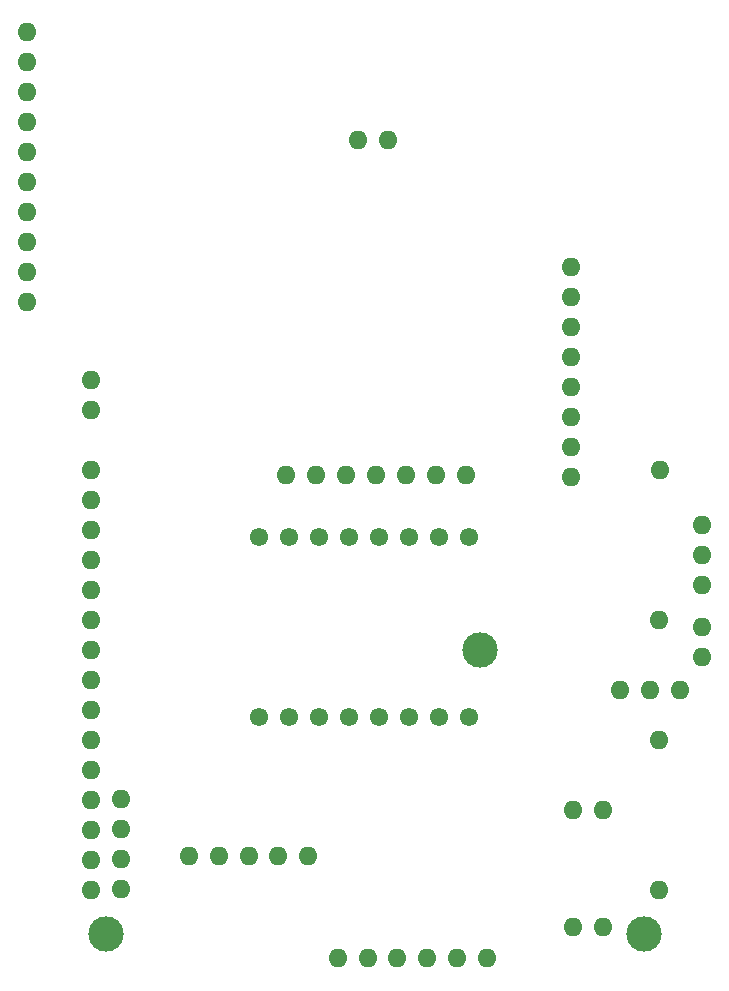
<source format=gbr>
%TF.GenerationSoftware,KiCad,Pcbnew,9.0.5*%
%TF.CreationDate,2025-11-14T12:22:43-06:00*%
%TF.ProjectId,PCBEmbebidos,50434245-6d62-4656-9269-646f732e6b69,rev?*%
%TF.SameCoordinates,Original*%
%TF.FileFunction,Soldermask,Bot*%
%TF.FilePolarity,Negative*%
%FSLAX46Y46*%
G04 Gerber Fmt 4.6, Leading zero omitted, Abs format (unit mm)*
G04 Created by KiCad (PCBNEW 9.0.5) date 2025-11-14 12:22:43*
%MOMM*%
%LPD*%
G01*
G04 APERTURE LIST*
%ADD10O,1.600000X1.600000*%
%ADD11C,3.000000*%
%ADD12C,1.552000*%
G04 APERTURE END LIST*
D10*
%TO.C,Encoder1*%
X63525957Y-110600872D03*
X66100000Y-110620000D03*
X68600000Y-110620000D03*
X71140000Y-110620000D03*
X73680000Y-110620000D03*
X76220000Y-110620000D03*
%TD*%
%TO.C,battery1*%
X86040000Y-98120000D03*
X83500000Y-98120000D03*
%TD*%
D11*
%TO.C,stm1*%
X43932152Y-108619160D03*
X75567581Y-84507074D03*
X89494061Y-108618679D03*
D10*
X42657866Y-61670840D03*
X42657866Y-64210840D03*
X42657866Y-69290840D03*
X42638738Y-71864883D03*
X42638738Y-74364883D03*
X42638738Y-76904883D03*
X42638738Y-79444883D03*
X42638738Y-81984883D03*
X42638738Y-84524883D03*
X42638738Y-87064883D03*
X42638738Y-89604883D03*
X42638738Y-92144883D03*
X42638738Y-94684883D03*
X42638738Y-97224883D03*
X45158190Y-97184055D03*
X42638738Y-99764883D03*
X45158190Y-99724055D03*
X42638738Y-102304883D03*
X45158190Y-102264055D03*
X42638738Y-104844883D03*
X45158190Y-104804055D03*
X90801262Y-69290352D03*
X90782134Y-81984395D03*
X90782134Y-92144395D03*
X90782134Y-104844395D03*
%TD*%
%TO.C,tja1*%
X83276991Y-69909861D03*
X83296119Y-67335818D03*
X83296119Y-64835818D03*
X83296119Y-62295818D03*
X83296119Y-59755818D03*
X83296119Y-57215818D03*
X83296119Y-54675818D03*
X83296119Y-52135818D03*
%TD*%
%TO.C,mpu1*%
X37220000Y-55120000D03*
X37239128Y-52545957D03*
X37239128Y-50045957D03*
X37239128Y-47505957D03*
X37239128Y-44965957D03*
X37239128Y-42425957D03*
X37239128Y-39885957D03*
X37239128Y-37345957D03*
X37239128Y-34805957D03*
X37239128Y-32265957D03*
%TD*%
%TO.C,Servo1*%
X94413682Y-79065246D03*
X94413682Y-76525246D03*
X94413682Y-73985246D03*
%TD*%
%TO.C,ESC2*%
X86000000Y-108000000D03*
X83460000Y-108000000D03*
X56000000Y-102000000D03*
X56000000Y-102000000D03*
X53460000Y-102000000D03*
X53460000Y-102000000D03*
X50920000Y-102000000D03*
X61000000Y-102000000D03*
X58460000Y-102000000D03*
%TD*%
%TO.C,Regulador1*%
X87456433Y-87906776D03*
X89996433Y-87906776D03*
X92536433Y-87906776D03*
%TD*%
%TO.C,bat1*%
X94422198Y-85111555D03*
X94422198Y-82571555D03*
%TD*%
D12*
%TO.C,U1*%
X56840000Y-90240000D03*
X59380000Y-90240000D03*
X61920000Y-90240000D03*
X64460000Y-90240000D03*
X69540000Y-90240000D03*
X67000000Y-90240000D03*
X74620000Y-75000000D03*
X74620000Y-90240000D03*
X72080000Y-75000000D03*
X69540000Y-75000000D03*
X67000000Y-75000000D03*
X64460000Y-75000000D03*
X61920000Y-75000000D03*
X59380000Y-75000000D03*
X56840000Y-75000000D03*
X72080000Y-90240000D03*
%TD*%
D10*
%TO.C,MCP1*%
X59160445Y-69740827D03*
X61734488Y-69759955D03*
X64234488Y-69759955D03*
X66774488Y-69759955D03*
X69314488Y-69759955D03*
X71854488Y-69759955D03*
X74394488Y-69759955D03*
X65289387Y-41399888D03*
X67829387Y-41399888D03*
%TD*%
M02*

</source>
